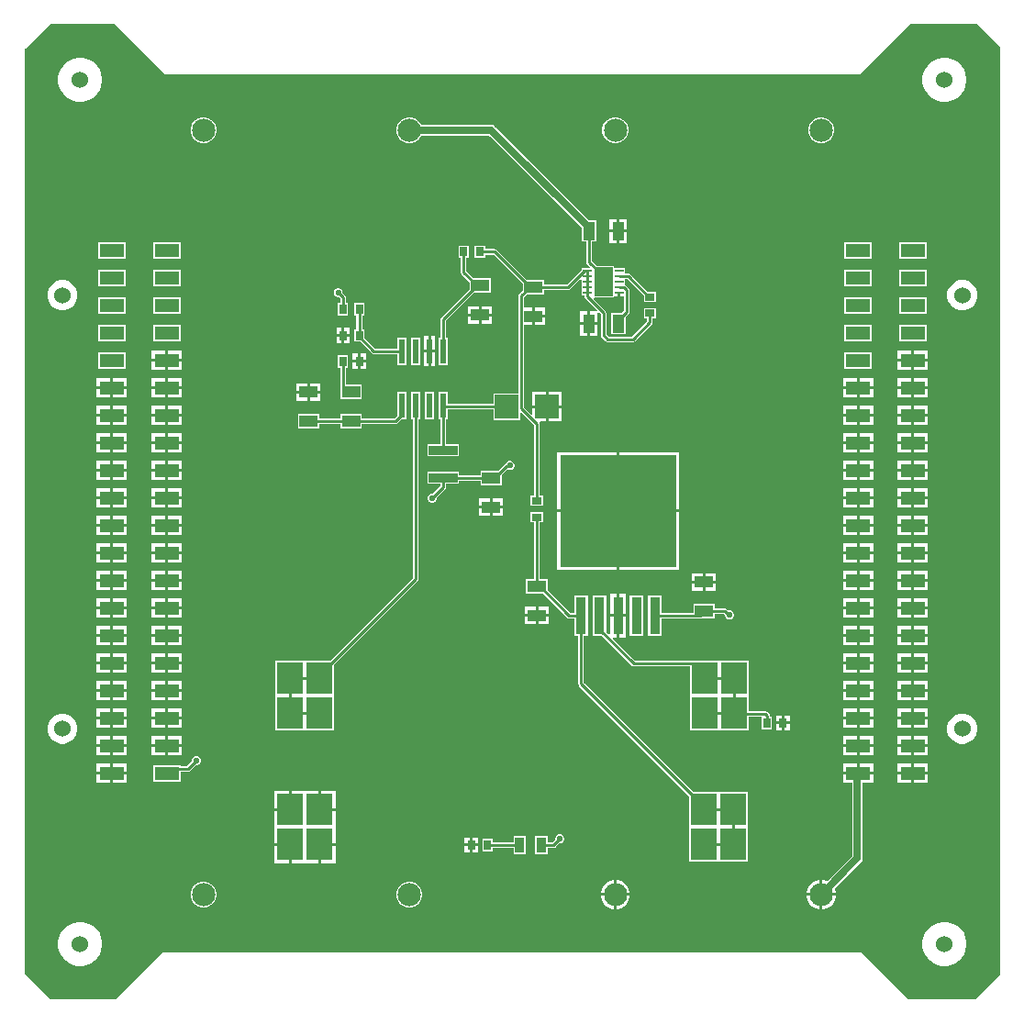
<source format=gbl>
G04*
G04 #@! TF.GenerationSoftware,Altium Limited,Altium Designer,22.9.1 (49)*
G04*
G04 Layer_Physical_Order=2*
G04 Layer_Color=16711680*
%FSLAX25Y25*%
%MOIN*%
G70*
G04*
G04 #@! TF.SameCoordinates,5559CDC9-6134-4E51-B498-14E690802BEE*
G04*
G04*
G04 #@! TF.FilePolarity,Positive*
G04*
G01*
G75*
%ADD12C,0.01000*%
%ADD17C,0.02800*%
%ADD18C,0.08445*%
%ADD19C,0.06000*%
%ADD20C,0.02300*%
%ADD21R,0.03543X0.05512*%
%ADD22R,0.02756X0.03543*%
%ADD23R,0.06693X0.04331*%
%ADD24R,0.09016X0.05000*%
%ADD25R,0.09646X0.11614*%
%ADD26R,0.02100X0.09000*%
%ADD27R,0.03543X0.02756*%
%ADD28R,0.04331X0.06693*%
%ADD29R,0.10600X0.03350*%
%ADD30R,0.08584X0.08701*%
%ADD31R,0.03200X0.01000*%
%ADD32R,0.42200X0.40800*%
%ADD33R,0.03800X0.13800*%
%ADD34R,0.06900X0.10630*%
G36*
X24590Y-8280D02*
Y-345359D01*
X15612Y-354338D01*
X-8601D01*
X-25801Y-337138D01*
X-279401D01*
Y-337138D01*
X-296601Y-354338D01*
X-296601Y-354337D01*
X-320333D01*
X-329853Y-344817D01*
X-329806Y-344770D01*
Y-9030D01*
X-329362D01*
X-320322Y11D01*
X-320311Y-0D01*
X-296938D01*
X-278601Y-18337D01*
X-26520D01*
X-8165Y17D01*
X16292D01*
X24590Y-8280D01*
D02*
G37*
%LPC*%
G36*
X5173Y-12200D02*
X3597D01*
X2051Y-12507D01*
X595Y-13111D01*
X-715Y-13986D01*
X-1829Y-15100D01*
X-2705Y-16411D01*
X-3308Y-17867D01*
X-3615Y-19412D01*
Y-20988D01*
X-3308Y-22534D01*
X-2705Y-23990D01*
X-1829Y-25300D01*
X-715Y-26414D01*
X595Y-27290D01*
X2051Y-27893D01*
X3597Y-28200D01*
X5173D01*
X6718Y-27893D01*
X8174Y-27290D01*
X9485Y-26414D01*
X10599Y-25300D01*
X11474Y-23990D01*
X12077Y-22534D01*
X12385Y-20988D01*
Y-19412D01*
X12077Y-17867D01*
X11474Y-16411D01*
X10599Y-15100D01*
X9485Y-13986D01*
X8174Y-13111D01*
X6718Y-12507D01*
X5173Y-12200D01*
D02*
G37*
G36*
X-308814D02*
X-310390D01*
X-311936Y-12507D01*
X-313392Y-13111D01*
X-314702Y-13986D01*
X-315816Y-15100D01*
X-316692Y-16411D01*
X-317295Y-17867D01*
X-317602Y-19412D01*
Y-20988D01*
X-317295Y-22534D01*
X-316692Y-23990D01*
X-315816Y-25300D01*
X-314702Y-26414D01*
X-313392Y-27290D01*
X-311936Y-27893D01*
X-310390Y-28200D01*
X-308814D01*
X-307269Y-27893D01*
X-305813Y-27290D01*
X-304503Y-26414D01*
X-303388Y-25300D01*
X-302513Y-23990D01*
X-301910Y-22534D01*
X-301602Y-20988D01*
Y-19412D01*
X-301910Y-17867D01*
X-302513Y-16411D01*
X-303388Y-15100D01*
X-304503Y-13986D01*
X-305813Y-13111D01*
X-307269Y-12507D01*
X-308814Y-12200D01*
D02*
G37*
G36*
X-39772Y-33758D02*
X-41016D01*
X-42217Y-34080D01*
X-43293Y-34701D01*
X-44173Y-35581D01*
X-44794Y-36657D01*
X-45116Y-37858D01*
Y-39102D01*
X-44794Y-40303D01*
X-44173Y-41380D01*
X-43293Y-42259D01*
X-42217Y-42881D01*
X-41016Y-43203D01*
X-39772D01*
X-38571Y-42881D01*
X-37494Y-42259D01*
X-36615Y-41380D01*
X-35993Y-40303D01*
X-35671Y-39102D01*
Y-37858D01*
X-35993Y-36657D01*
X-36615Y-35581D01*
X-37494Y-34701D01*
X-38571Y-34080D01*
X-39772Y-33758D01*
D02*
G37*
G36*
X-114575D02*
X-115819D01*
X-117020Y-34080D01*
X-118097Y-34701D01*
X-118976Y-35581D01*
X-119598Y-36657D01*
X-119919Y-37858D01*
Y-39102D01*
X-119598Y-40303D01*
X-118976Y-41380D01*
X-118097Y-42259D01*
X-117020Y-42881D01*
X-115819Y-43203D01*
X-114575D01*
X-113374Y-42881D01*
X-112297Y-42259D01*
X-111418Y-41380D01*
X-110796Y-40303D01*
X-110475Y-39102D01*
Y-37858D01*
X-110796Y-36657D01*
X-111418Y-35581D01*
X-112297Y-34701D01*
X-113374Y-34080D01*
X-114575Y-33758D01*
D02*
G37*
G36*
X-264182D02*
X-265425D01*
X-266626Y-34080D01*
X-267703Y-34701D01*
X-268582Y-35581D01*
X-269204Y-36657D01*
X-269526Y-37858D01*
Y-39102D01*
X-269204Y-40303D01*
X-268582Y-41380D01*
X-267703Y-42259D01*
X-266626Y-42881D01*
X-265425Y-43203D01*
X-264182D01*
X-262981Y-42881D01*
X-261904Y-42259D01*
X-261024Y-41380D01*
X-260403Y-40303D01*
X-260081Y-39102D01*
Y-37858D01*
X-260403Y-36657D01*
X-261024Y-35581D01*
X-261904Y-34701D01*
X-262981Y-34080D01*
X-264182Y-33758D01*
D02*
G37*
G36*
X-111049Y-70732D02*
X-113714D01*
Y-74578D01*
X-111049D01*
Y-70732D01*
D02*
G37*
G36*
X-114714D02*
X-117380D01*
Y-74578D01*
X-114714D01*
Y-70732D01*
D02*
G37*
G36*
X-111049Y-75578D02*
X-113714D01*
Y-79425D01*
X-111049D01*
Y-75578D01*
D02*
G37*
G36*
X-114714D02*
X-117380D01*
Y-79425D01*
X-114714D01*
Y-75578D01*
D02*
G37*
G36*
X-2147Y-79170D02*
X-12163D01*
Y-85170D01*
X-2147D01*
Y-79170D01*
D02*
G37*
G36*
X-22029D02*
X-32045D01*
Y-85170D01*
X-22029D01*
Y-79170D01*
D02*
G37*
G36*
X-273174D02*
X-283189D01*
Y-85170D01*
X-273174D01*
Y-79170D01*
D02*
G37*
G36*
X-293056D02*
X-303071D01*
Y-85170D01*
X-293056D01*
Y-79170D01*
D02*
G37*
G36*
X-189378Y-33758D02*
X-190622D01*
X-191823Y-34080D01*
X-192900Y-34701D01*
X-193779Y-35581D01*
X-194401Y-36657D01*
X-194723Y-37858D01*
Y-39102D01*
X-194401Y-40303D01*
X-193779Y-41380D01*
X-192900Y-42259D01*
X-191823Y-42881D01*
X-190622Y-43203D01*
X-189378D01*
X-188177Y-42881D01*
X-187101Y-42259D01*
X-186221Y-41380D01*
X-185666Y-40417D01*
X-161064D01*
X-127510Y-73971D01*
Y-78925D01*
X-125864D01*
Y-86367D01*
X-125786Y-86757D01*
X-125565Y-87088D01*
X-124506Y-88147D01*
X-124697Y-88609D01*
X-125231D01*
X-125329Y-88589D01*
X-126429D01*
X-126528Y-88609D01*
X-127429D01*
Y-89167D01*
X-132758Y-94496D01*
X-141155D01*
Y-92850D01*
X-147405D01*
X-158277Y-81978D01*
X-158608Y-81757D01*
X-158998Y-81680D01*
X-162470D01*
Y-80428D01*
X-166226D01*
Y-84971D01*
X-162470D01*
Y-83719D01*
X-159420D01*
X-148847Y-94292D01*
Y-96739D01*
X-150068Y-97960D01*
X-150289Y-98291D01*
X-150367Y-98681D01*
Y-134069D01*
X-159385D01*
Y-137900D01*
X-176151D01*
Y-133526D01*
X-179251D01*
Y-143526D01*
X-178720D01*
Y-152612D01*
X-183501D01*
Y-156962D01*
X-171901D01*
Y-152612D01*
X-176681D01*
Y-143526D01*
X-176151D01*
Y-139939D01*
X-159385D01*
Y-143770D01*
X-149801D01*
Y-141240D01*
X-149339Y-141048D01*
X-144720Y-145667D01*
Y-171259D01*
X-145973D01*
Y-175015D01*
X-141429D01*
Y-171259D01*
X-142681D01*
Y-145245D01*
X-142759Y-144854D01*
X-142815Y-144770D01*
X-142548Y-144270D01*
X-140469D01*
Y-139419D01*
X-145262D01*
Y-141589D01*
X-145723Y-141780D01*
X-148281Y-139222D01*
Y-134155D01*
X-148328Y-133921D01*
Y-109311D01*
X-145501D01*
Y-106145D01*
Y-102980D01*
X-148328D01*
Y-99103D01*
X-147405Y-98181D01*
X-141155D01*
Y-96535D01*
X-132336D01*
X-131946Y-96457D01*
X-131615Y-96236D01*
X-127910Y-92532D01*
X-127429Y-92758D01*
Y-94547D01*
Y-98485D01*
X-126349D01*
Y-98967D01*
X-126271Y-99358D01*
X-126050Y-99688D01*
X-121881Y-103858D01*
X-122088Y-104358D01*
X-124344D01*
Y-108204D01*
X-121679D01*
Y-104767D01*
X-121179Y-104560D01*
X-120549Y-105190D01*
Y-112903D01*
X-120471Y-113293D01*
X-120250Y-113624D01*
X-118737Y-115137D01*
X-118406Y-115358D01*
X-118016Y-115436D01*
X-108680D01*
X-108290Y-115358D01*
X-107959Y-115137D01*
X-101880Y-109058D01*
X-101659Y-108728D01*
X-101581Y-108337D01*
Y-106842D01*
X-100329D01*
Y-103086D01*
X-104873D01*
Y-106842D01*
X-103621D01*
Y-107915D01*
X-109102Y-113397D01*
X-117593D01*
X-118510Y-112480D01*
Y-104767D01*
X-118587Y-104377D01*
X-118808Y-104046D01*
X-122993Y-99862D01*
X-122786Y-99362D01*
X-115579D01*
Y-98985D01*
X-114229D01*
Y-97485D01*
X-113229D01*
Y-98985D01*
X-112149D01*
Y-104016D01*
X-112991Y-104858D01*
X-116880D01*
Y-112551D01*
X-111549D01*
Y-106300D01*
X-110408Y-105159D01*
X-110187Y-104828D01*
X-110110Y-104438D01*
Y-96571D01*
X-110187Y-96180D01*
X-110408Y-95850D01*
X-111463Y-94795D01*
X-111629Y-94684D01*
Y-92598D01*
X-110898D01*
X-104873Y-98623D01*
Y-100937D01*
X-100329D01*
Y-97181D01*
X-103431D01*
X-109755Y-90857D01*
X-110085Y-90636D01*
X-110475Y-90558D01*
X-111629D01*
Y-88609D01*
X-115579D01*
Y-87732D01*
X-122037D01*
X-123825Y-85945D01*
Y-78925D01*
X-122179D01*
Y-71232D01*
X-124770D01*
X-158891Y-37110D01*
X-159520Y-36690D01*
X-160261Y-36543D01*
X-185666D01*
X-186221Y-35581D01*
X-187101Y-34701D01*
X-188177Y-34080D01*
X-189378Y-33758D01*
D02*
G37*
G36*
X-2147Y-89170D02*
X-12163D01*
Y-95170D01*
X-2147D01*
Y-89170D01*
D02*
G37*
G36*
X-22029D02*
X-32045D01*
Y-95170D01*
X-22029D01*
Y-89170D01*
D02*
G37*
G36*
X-273174D02*
X-283189D01*
Y-95170D01*
X-273174D01*
Y-89170D01*
D02*
G37*
G36*
X-293056D02*
X-303071D01*
Y-95170D01*
X-293056D01*
Y-89170D01*
D02*
G37*
G36*
X11541Y-92950D02*
X10106D01*
X8720Y-93322D01*
X7477Y-94039D01*
X6462Y-95054D01*
X5745Y-96297D01*
X5373Y-97683D01*
Y-99118D01*
X5745Y-100504D01*
X6462Y-101746D01*
X7477Y-102761D01*
X8720Y-103479D01*
X10106Y-103850D01*
X11541D01*
X12927Y-103479D01*
X14170Y-102761D01*
X15184Y-101746D01*
X15902Y-100504D01*
X16273Y-99118D01*
Y-97683D01*
X15902Y-96297D01*
X15184Y-95054D01*
X14170Y-94039D01*
X12927Y-93322D01*
X11541Y-92950D01*
D02*
G37*
G36*
X-315323D02*
X-316758D01*
X-318144Y-93322D01*
X-319387Y-94039D01*
X-320402Y-95054D01*
X-321119Y-96297D01*
X-321491Y-97683D01*
Y-99118D01*
X-321119Y-100504D01*
X-320402Y-101746D01*
X-319387Y-102761D01*
X-318144Y-103479D01*
X-316758Y-103850D01*
X-315323D01*
X-313937Y-103479D01*
X-312695Y-102761D01*
X-311680Y-101746D01*
X-310962Y-100504D01*
X-310591Y-99118D01*
Y-97683D01*
X-310962Y-96297D01*
X-311680Y-95054D01*
X-312695Y-94039D01*
X-313937Y-93322D01*
X-315323Y-92950D01*
D02*
G37*
G36*
X-160002Y-102389D02*
X-163848D01*
Y-105055D01*
X-160002D01*
Y-102389D01*
D02*
G37*
G36*
X-164848D02*
X-168695D01*
Y-105055D01*
X-164848D01*
Y-102389D01*
D02*
G37*
G36*
X-2147Y-99170D02*
X-12163D01*
Y-105170D01*
X-2147D01*
Y-99170D01*
D02*
G37*
G36*
X-22029D02*
X-32045D01*
Y-105170D01*
X-22029D01*
Y-99170D01*
D02*
G37*
G36*
X-273174D02*
X-283189D01*
Y-105170D01*
X-273174D01*
Y-99170D01*
D02*
G37*
G36*
X-293056D02*
X-303071D01*
Y-105170D01*
X-293056D01*
Y-99170D01*
D02*
G37*
G36*
X-140655Y-102980D02*
X-144501D01*
Y-105645D01*
X-140655D01*
Y-102980D01*
D02*
G37*
G36*
X-215551Y-95835D02*
X-216208D01*
X-216814Y-96086D01*
X-217279Y-96550D01*
X-217530Y-97157D01*
Y-97813D01*
X-217279Y-98420D01*
X-216814Y-98884D01*
X-216208Y-99135D01*
X-215672D01*
X-215128Y-99679D01*
Y-101315D01*
X-215986D01*
Y-105858D01*
X-212230D01*
Y-101315D01*
X-213088D01*
Y-99257D01*
X-213166Y-98866D01*
X-213387Y-98536D01*
X-214230Y-97693D01*
Y-97157D01*
X-214481Y-96550D01*
X-214945Y-96086D01*
X-215551Y-95835D01*
D02*
G37*
G36*
X-125344Y-104358D02*
X-128010D01*
Y-108204D01*
X-125344D01*
Y-104358D01*
D02*
G37*
G36*
X-160002Y-106055D02*
X-163848D01*
Y-108720D01*
X-160002D01*
Y-106055D01*
D02*
G37*
G36*
X-164848D02*
X-168695D01*
Y-108720D01*
X-164848D01*
Y-106055D01*
D02*
G37*
G36*
X-140655Y-106645D02*
X-144501D01*
Y-109311D01*
X-140655D01*
Y-106645D01*
D02*
G37*
G36*
X-211730Y-110267D02*
X-213608D01*
Y-112538D01*
X-211730D01*
Y-110267D01*
D02*
G37*
G36*
X-214608D02*
X-216486D01*
Y-112538D01*
X-214608D01*
Y-110267D01*
D02*
G37*
G36*
X-121679Y-109204D02*
X-124344D01*
Y-113051D01*
X-121679D01*
Y-109204D01*
D02*
G37*
G36*
X-125344D02*
X-128010D01*
Y-113051D01*
X-125344D01*
Y-109204D01*
D02*
G37*
G36*
X-2147Y-109170D02*
X-12163D01*
Y-115170D01*
X-2147D01*
Y-109170D01*
D02*
G37*
G36*
X-22029D02*
X-32045D01*
Y-115170D01*
X-22029D01*
Y-109170D01*
D02*
G37*
G36*
X-273174D02*
X-283189D01*
Y-115170D01*
X-273174D01*
Y-109170D01*
D02*
G37*
G36*
X-293056D02*
X-303071D01*
Y-115170D01*
X-293056D01*
Y-109170D01*
D02*
G37*
G36*
X-211730Y-113538D02*
X-213608D01*
Y-115810D01*
X-211730D01*
Y-113538D01*
D02*
G37*
G36*
X-214608D02*
X-216486D01*
Y-115810D01*
X-214608D01*
Y-113538D01*
D02*
G37*
G36*
X-180651Y-113226D02*
X-182201D01*
Y-118226D01*
X-180651D01*
Y-113226D01*
D02*
G37*
G36*
X-183201D02*
X-184751D01*
Y-118226D01*
X-183201D01*
Y-113226D01*
D02*
G37*
G36*
X-1647Y-118670D02*
X-6655D01*
Y-121670D01*
X-1647D01*
Y-118670D01*
D02*
G37*
G36*
X-7655D02*
X-12663D01*
Y-121670D01*
X-7655D01*
Y-118670D01*
D02*
G37*
G36*
X-272674D02*
X-277681D01*
Y-121670D01*
X-272674D01*
Y-118670D01*
D02*
G37*
G36*
X-278681D02*
X-283689D01*
Y-121670D01*
X-278681D01*
Y-118670D01*
D02*
G37*
G36*
X-205824Y-119666D02*
X-207702D01*
Y-121937D01*
X-205824D01*
Y-119666D01*
D02*
G37*
G36*
X-208702D02*
X-210580D01*
Y-121937D01*
X-208702D01*
Y-119666D01*
D02*
G37*
G36*
X-168376Y-80428D02*
X-172132D01*
Y-84971D01*
X-171273D01*
Y-90200D01*
X-171196Y-90591D01*
X-170975Y-90921D01*
X-168195Y-93701D01*
Y-96148D01*
X-178422Y-106376D01*
X-178643Y-106706D01*
X-178720Y-107097D01*
Y-113726D01*
X-179251D01*
Y-123726D01*
X-176151D01*
Y-113726D01*
X-176681D01*
Y-107519D01*
X-166753Y-97590D01*
X-160502D01*
Y-92260D01*
X-166753D01*
X-169234Y-89778D01*
Y-84971D01*
X-168376D01*
Y-80428D01*
D02*
G37*
G36*
X-186151Y-113726D02*
X-189251D01*
Y-123726D01*
X-186151D01*
Y-113726D01*
D02*
G37*
G36*
X-206325Y-101315D02*
X-210080D01*
Y-105858D01*
X-209222D01*
Y-110767D01*
X-210080D01*
Y-115310D01*
X-207766D01*
X-203630Y-119447D01*
X-203299Y-119667D01*
X-202909Y-119745D01*
X-194251D01*
Y-123726D01*
X-191151D01*
Y-113726D01*
X-194251D01*
Y-117706D01*
X-202487D01*
X-206325Y-113868D01*
Y-110767D01*
X-207183D01*
Y-105858D01*
X-206325D01*
Y-101315D01*
D02*
G37*
G36*
X-180651Y-119226D02*
X-182201D01*
Y-124226D01*
X-180651D01*
Y-119226D01*
D02*
G37*
G36*
X-183201D02*
X-184751D01*
Y-124226D01*
X-183201D01*
Y-119226D01*
D02*
G37*
G36*
X-22029Y-119170D02*
X-32045D01*
Y-125170D01*
X-22029D01*
Y-119170D01*
D02*
G37*
G36*
X-293056D02*
X-303071D01*
Y-125170D01*
X-293056D01*
Y-119170D01*
D02*
G37*
G36*
X-205824Y-122937D02*
X-207702D01*
Y-125209D01*
X-205824D01*
Y-122937D01*
D02*
G37*
G36*
X-208702D02*
X-210580D01*
Y-125209D01*
X-208702D01*
Y-122937D01*
D02*
G37*
G36*
X-1647Y-122670D02*
X-6655D01*
Y-125670D01*
X-1647D01*
Y-122670D01*
D02*
G37*
G36*
X-7655D02*
X-12663D01*
Y-125670D01*
X-7655D01*
Y-122670D01*
D02*
G37*
G36*
X-272674Y-122670D02*
X-277681D01*
Y-125670D01*
X-272674D01*
Y-122670D01*
D02*
G37*
G36*
X-278681D02*
X-283689D01*
Y-125670D01*
X-278681D01*
Y-122670D01*
D02*
G37*
G36*
X-292555Y-128670D02*
X-297563D01*
Y-131670D01*
X-292555D01*
Y-128670D01*
D02*
G37*
G36*
X-298563D02*
X-303571D01*
Y-131670D01*
X-298563D01*
Y-128670D01*
D02*
G37*
G36*
X-1647D02*
X-6655D01*
Y-131670D01*
X-1647D01*
Y-128670D01*
D02*
G37*
G36*
X-7655D02*
X-12663D01*
Y-131670D01*
X-7655D01*
Y-128670D01*
D02*
G37*
G36*
X-272674D02*
X-277681D01*
Y-131670D01*
X-272674D01*
Y-128670D01*
D02*
G37*
G36*
X-278681D02*
X-283689D01*
Y-131670D01*
X-278681D01*
Y-128670D01*
D02*
G37*
G36*
X-21529D02*
X-26537D01*
Y-131670D01*
X-21529D01*
Y-128670D01*
D02*
G37*
G36*
X-27537D02*
X-32545D01*
Y-131670D01*
X-27537D01*
Y-128670D01*
D02*
G37*
G36*
X-222355Y-130439D02*
X-226201D01*
Y-133104D01*
X-222355D01*
Y-130439D01*
D02*
G37*
G36*
X-227201D02*
X-231047D01*
Y-133104D01*
X-227201D01*
Y-130439D01*
D02*
G37*
G36*
X-226701Y-133604D02*
D01*
D01*
D01*
D02*
G37*
G36*
X-1647Y-132670D02*
X-6655D01*
Y-135670D01*
X-1647D01*
Y-132670D01*
D02*
G37*
G36*
X-7655D02*
X-12663D01*
Y-135670D01*
X-7655D01*
Y-132670D01*
D02*
G37*
G36*
X-21529Y-132670D02*
X-26537D01*
Y-135670D01*
X-21529D01*
Y-132670D01*
D02*
G37*
G36*
X-27537D02*
X-32545D01*
Y-135670D01*
X-27537D01*
Y-132670D01*
D02*
G37*
G36*
X-272674Y-132670D02*
X-277681D01*
Y-135670D01*
X-272674D01*
Y-132670D01*
D02*
G37*
G36*
X-278681D02*
X-283689D01*
Y-135670D01*
X-278681D01*
Y-132670D01*
D02*
G37*
G36*
X-292555Y-132670D02*
X-297563D01*
Y-135670D01*
X-292555D01*
Y-132670D01*
D02*
G37*
G36*
X-298563D02*
X-303571D01*
Y-135670D01*
X-298563D01*
Y-132670D01*
D02*
G37*
G36*
X-212230Y-120166D02*
X-215986D01*
Y-124709D01*
X-215128D01*
Y-131833D01*
X-215050Y-132223D01*
X-215002Y-132295D01*
Y-136270D01*
X-207309D01*
Y-130939D01*
X-213088D01*
Y-124709D01*
X-212230D01*
Y-120166D01*
D02*
G37*
G36*
X-222355Y-134104D02*
X-226201D01*
Y-136770D01*
X-222355D01*
Y-134104D01*
D02*
G37*
G36*
X-227201D02*
X-231047D01*
Y-136770D01*
X-227201D01*
Y-134104D01*
D02*
G37*
G36*
X-134677Y-133569D02*
X-139469D01*
Y-138419D01*
X-134677D01*
Y-133569D01*
D02*
G37*
G36*
X-140469D02*
X-145262D01*
Y-138419D01*
X-140469D01*
Y-133569D01*
D02*
G37*
G36*
X-292555Y-138670D02*
X-297563D01*
Y-141670D01*
X-292555D01*
Y-138670D01*
D02*
G37*
G36*
X-298563D02*
X-303571D01*
Y-141670D01*
X-298563D01*
Y-138670D01*
D02*
G37*
G36*
X-1647D02*
X-6655D01*
Y-141670D01*
X-1647D01*
Y-138670D01*
D02*
G37*
G36*
X-7655D02*
X-12663D01*
Y-141670D01*
X-7655D01*
Y-138670D01*
D02*
G37*
G36*
X-272674D02*
X-277681D01*
Y-141670D01*
X-272674D01*
Y-138670D01*
D02*
G37*
G36*
X-278681D02*
X-283689D01*
Y-141670D01*
X-278681D01*
Y-138670D01*
D02*
G37*
G36*
X-21529D02*
X-26537D01*
Y-141670D01*
X-21529D01*
Y-138670D01*
D02*
G37*
G36*
X-27537D02*
X-32545D01*
Y-141670D01*
X-27537D01*
Y-138670D01*
D02*
G37*
G36*
X-191151Y-133526D02*
X-194251D01*
Y-142084D01*
X-195382Y-143215D01*
X-207309D01*
Y-141569D01*
X-215002D01*
Y-143215D01*
X-222854D01*
Y-141569D01*
X-230547D01*
Y-146900D01*
X-222854D01*
Y-145254D01*
X-215002D01*
Y-146900D01*
X-207309D01*
Y-145254D01*
X-194960D01*
X-194569Y-145176D01*
X-194239Y-144955D01*
X-192809Y-143526D01*
X-191151D01*
Y-133526D01*
D02*
G37*
G36*
X-181151D02*
X-184251D01*
Y-143526D01*
X-181151D01*
Y-133526D01*
D02*
G37*
G36*
X-134677Y-139419D02*
X-139469D01*
Y-144270D01*
X-134677D01*
Y-139419D01*
D02*
G37*
G36*
X-1647Y-142670D02*
X-6655D01*
Y-145670D01*
X-1647D01*
Y-142670D01*
D02*
G37*
G36*
X-7655D02*
X-12663D01*
Y-145670D01*
X-7655D01*
Y-142670D01*
D02*
G37*
G36*
X-21529Y-142670D02*
X-26537D01*
Y-145670D01*
X-21529D01*
Y-142670D01*
D02*
G37*
G36*
X-27537D02*
X-32545D01*
Y-145670D01*
X-27537D01*
Y-142670D01*
D02*
G37*
G36*
X-272674Y-142670D02*
X-277681D01*
Y-145670D01*
X-272674D01*
Y-142670D01*
D02*
G37*
G36*
X-278681D02*
X-283689D01*
Y-145670D01*
X-278681D01*
Y-142670D01*
D02*
G37*
G36*
X-292555Y-142670D02*
X-297563D01*
Y-145670D01*
X-292555D01*
Y-142670D01*
D02*
G37*
G36*
X-298563D02*
X-303571D01*
Y-145670D01*
X-298563D01*
Y-142670D01*
D02*
G37*
G36*
X-292555Y-148670D02*
X-297563D01*
Y-151670D01*
X-292555D01*
Y-148670D01*
D02*
G37*
G36*
X-298563D02*
X-303571D01*
Y-151670D01*
X-298563D01*
Y-148670D01*
D02*
G37*
G36*
X-1647D02*
X-6655D01*
Y-151670D01*
X-1647D01*
Y-148670D01*
D02*
G37*
G36*
X-7655D02*
X-12663D01*
Y-151670D01*
X-7655D01*
Y-148670D01*
D02*
G37*
G36*
X-272674D02*
X-277681D01*
Y-151670D01*
X-272674D01*
Y-148670D01*
D02*
G37*
G36*
X-278681D02*
X-283689D01*
Y-151670D01*
X-278681D01*
Y-148670D01*
D02*
G37*
G36*
X-21529D02*
X-26537D01*
Y-151670D01*
X-21529D01*
Y-148670D01*
D02*
G37*
G36*
X-27537D02*
X-32545D01*
Y-151670D01*
X-27537D01*
Y-148670D01*
D02*
G37*
G36*
X-1647Y-152670D02*
X-6655D01*
Y-155670D01*
X-1647D01*
Y-152670D01*
D02*
G37*
G36*
X-7655D02*
X-12663D01*
Y-155670D01*
X-7655D01*
Y-152670D01*
D02*
G37*
G36*
X-21529Y-152670D02*
X-26537D01*
Y-155670D01*
X-21529D01*
Y-152670D01*
D02*
G37*
G36*
X-27537D02*
X-32545D01*
Y-155670D01*
X-27537D01*
Y-152670D01*
D02*
G37*
G36*
X-272674Y-152670D02*
X-277681D01*
Y-155670D01*
X-272674D01*
Y-152670D01*
D02*
G37*
G36*
X-278681D02*
X-283689D01*
Y-155670D01*
X-278681D01*
Y-152670D01*
D02*
G37*
G36*
X-292555Y-152670D02*
X-297563D01*
Y-155670D01*
X-292555D01*
Y-152670D01*
D02*
G37*
G36*
X-298563D02*
X-303571D01*
Y-155670D01*
X-298563D01*
Y-152670D01*
D02*
G37*
G36*
X-292555Y-158670D02*
X-297563D01*
Y-161670D01*
X-292555D01*
Y-158670D01*
D02*
G37*
G36*
X-298563D02*
X-303571D01*
Y-161670D01*
X-298563D01*
Y-158670D01*
D02*
G37*
G36*
X-1647D02*
X-6655D01*
Y-161670D01*
X-1647D01*
Y-158670D01*
D02*
G37*
G36*
X-7655D02*
X-12663D01*
Y-161670D01*
X-7655D01*
Y-158670D01*
D02*
G37*
G36*
X-272674D02*
X-277681D01*
Y-161670D01*
X-272674D01*
Y-158670D01*
D02*
G37*
G36*
X-278681D02*
X-283689D01*
Y-161670D01*
X-278681D01*
Y-158670D01*
D02*
G37*
G36*
X-21529D02*
X-26537D01*
Y-161670D01*
X-21529D01*
Y-158670D01*
D02*
G37*
G36*
X-27537D02*
X-32545D01*
Y-161670D01*
X-27537D01*
Y-158670D01*
D02*
G37*
G36*
X-153173Y-158687D02*
X-153829D01*
X-154436Y-158939D01*
X-154900Y-159403D01*
X-154957Y-159541D01*
X-155186Y-159587D01*
X-155516Y-159808D01*
X-157881Y-162172D01*
X-164132D01*
Y-163818D01*
X-171901D01*
Y-162662D01*
X-183501D01*
Y-167012D01*
X-178720D01*
Y-167648D01*
X-181543Y-170471D01*
X-182079D01*
X-182686Y-170722D01*
X-183150Y-171186D01*
X-183401Y-171793D01*
Y-172449D01*
X-183150Y-173056D01*
X-182686Y-173520D01*
X-182079Y-173771D01*
X-181423D01*
X-180816Y-173520D01*
X-180352Y-173056D01*
X-180101Y-172449D01*
Y-171913D01*
X-176980Y-168792D01*
X-176759Y-168461D01*
X-176681Y-168071D01*
Y-167012D01*
X-171901D01*
Y-165857D01*
X-164132D01*
Y-167503D01*
X-156439D01*
Y-163614D01*
X-154498Y-161673D01*
X-154436Y-161736D01*
X-153829Y-161987D01*
X-153173D01*
X-152566Y-161736D01*
X-152102Y-161272D01*
X-151851Y-160666D01*
Y-160009D01*
X-152102Y-159403D01*
X-152566Y-158939D01*
X-153173Y-158687D01*
D02*
G37*
G36*
X-1647Y-162670D02*
X-6655D01*
Y-165670D01*
X-1647D01*
Y-162670D01*
D02*
G37*
G36*
X-7655D02*
X-12663D01*
Y-165670D01*
X-7655D01*
Y-162670D01*
D02*
G37*
G36*
X-21529Y-162670D02*
X-26537D01*
Y-165670D01*
X-21529D01*
Y-162670D01*
D02*
G37*
G36*
X-27537D02*
X-32545D01*
Y-165670D01*
X-27537D01*
Y-162670D01*
D02*
G37*
G36*
X-272674Y-162670D02*
X-277681D01*
Y-165670D01*
X-272674D01*
Y-162670D01*
D02*
G37*
G36*
X-278681D02*
X-283689D01*
Y-165670D01*
X-278681D01*
Y-162670D01*
D02*
G37*
G36*
X-292555Y-162670D02*
X-297563D01*
Y-165670D01*
X-292555D01*
Y-162670D01*
D02*
G37*
G36*
X-298563D02*
X-303571D01*
Y-165670D01*
X-298563D01*
Y-162670D01*
D02*
G37*
G36*
X-292555Y-168670D02*
X-297563D01*
Y-171670D01*
X-292555D01*
Y-168670D01*
D02*
G37*
G36*
X-298563D02*
X-303571D01*
Y-171670D01*
X-298563D01*
Y-168670D01*
D02*
G37*
G36*
X-1647D02*
X-6655D01*
Y-171670D01*
X-1647D01*
Y-168670D01*
D02*
G37*
G36*
X-7655D02*
X-12663D01*
Y-171670D01*
X-7655D01*
Y-168670D01*
D02*
G37*
G36*
X-272674D02*
X-277681D01*
Y-171670D01*
X-272674D01*
Y-168670D01*
D02*
G37*
G36*
X-278681D02*
X-283689D01*
Y-171670D01*
X-278681D01*
Y-168670D01*
D02*
G37*
G36*
X-21529D02*
X-26537D01*
Y-171670D01*
X-21529D01*
Y-168670D01*
D02*
G37*
G36*
X-27537D02*
X-32545D01*
Y-171670D01*
X-27537D01*
Y-168670D01*
D02*
G37*
G36*
X-155939Y-172302D02*
X-159785D01*
Y-174967D01*
X-155939D01*
Y-172302D01*
D02*
G37*
G36*
X-160785D02*
X-164632D01*
Y-174967D01*
X-160785D01*
Y-172302D01*
D02*
G37*
G36*
X-1647Y-172670D02*
X-6655D01*
Y-175670D01*
X-1647D01*
Y-172670D01*
D02*
G37*
G36*
X-7655D02*
X-12663D01*
Y-175670D01*
X-7655D01*
Y-172670D01*
D02*
G37*
G36*
X-21529Y-172670D02*
X-26537D01*
Y-175670D01*
X-21529D01*
Y-172670D01*
D02*
G37*
G36*
X-27537D02*
X-32545D01*
Y-175670D01*
X-27537D01*
Y-172670D01*
D02*
G37*
G36*
X-272674Y-172670D02*
X-277681D01*
Y-175670D01*
X-272674D01*
Y-172670D01*
D02*
G37*
G36*
X-278681D02*
X-283689D01*
Y-175670D01*
X-278681D01*
Y-172670D01*
D02*
G37*
G36*
X-292555Y-172670D02*
X-297563D01*
Y-175670D01*
X-292555D01*
Y-172670D01*
D02*
G37*
G36*
X-298563D02*
X-303571D01*
Y-175670D01*
X-298563D01*
Y-172670D01*
D02*
G37*
G36*
X-92114Y-155445D02*
X-113714D01*
Y-176345D01*
X-92114D01*
Y-155445D01*
D02*
G37*
G36*
X-114714D02*
X-136314D01*
Y-176345D01*
X-114714D01*
Y-155445D01*
D02*
G37*
G36*
X-155939Y-175967D02*
X-159785D01*
Y-178633D01*
X-155939D01*
Y-175967D01*
D02*
G37*
G36*
X-160785D02*
X-164632D01*
Y-178633D01*
X-160785D01*
Y-175967D01*
D02*
G37*
G36*
X-292555Y-178670D02*
X-297563D01*
Y-181670D01*
X-292555D01*
Y-178670D01*
D02*
G37*
G36*
X-298563D02*
X-303571D01*
Y-181670D01*
X-298563D01*
Y-178670D01*
D02*
G37*
G36*
X-1647D02*
X-6655D01*
Y-181670D01*
X-1647D01*
Y-178670D01*
D02*
G37*
G36*
X-7655D02*
X-12663D01*
Y-181670D01*
X-7655D01*
Y-178670D01*
D02*
G37*
G36*
X-272674D02*
X-277681D01*
Y-181670D01*
X-272674D01*
Y-178670D01*
D02*
G37*
G36*
X-278681D02*
X-283689D01*
Y-181670D01*
X-278681D01*
Y-178670D01*
D02*
G37*
G36*
X-21529D02*
X-26537D01*
Y-181670D01*
X-21529D01*
Y-178670D01*
D02*
G37*
G36*
X-27537D02*
X-32545D01*
Y-181670D01*
X-27537D01*
Y-178670D01*
D02*
G37*
G36*
X-1647Y-182670D02*
X-6655D01*
Y-185670D01*
X-1647D01*
Y-182670D01*
D02*
G37*
G36*
X-7655D02*
X-12663D01*
Y-185670D01*
X-7655D01*
Y-182670D01*
D02*
G37*
G36*
X-21529Y-182670D02*
X-26537D01*
Y-185670D01*
X-21529D01*
Y-182670D01*
D02*
G37*
G36*
X-27537D02*
X-32545D01*
Y-185670D01*
X-27537D01*
Y-182670D01*
D02*
G37*
G36*
X-272674Y-182670D02*
X-277681D01*
Y-185670D01*
X-272674D01*
Y-182670D01*
D02*
G37*
G36*
X-278681D02*
X-283689D01*
Y-185670D01*
X-278681D01*
Y-182670D01*
D02*
G37*
G36*
X-292555Y-182670D02*
X-297563D01*
Y-185670D01*
X-292555D01*
Y-182670D01*
D02*
G37*
G36*
X-298563D02*
X-303571D01*
Y-185670D01*
X-298563D01*
Y-182670D01*
D02*
G37*
G36*
X-292555Y-188670D02*
X-297563D01*
Y-191670D01*
X-292555D01*
Y-188670D01*
D02*
G37*
G36*
X-298563D02*
X-303571D01*
Y-191670D01*
X-298563D01*
Y-188670D01*
D02*
G37*
G36*
X-1647D02*
X-6655D01*
Y-191670D01*
X-1647D01*
Y-188670D01*
D02*
G37*
G36*
X-7655D02*
X-12663D01*
Y-191670D01*
X-7655D01*
Y-188670D01*
D02*
G37*
G36*
X-272674D02*
X-277681D01*
Y-191670D01*
X-272674D01*
Y-188670D01*
D02*
G37*
G36*
X-278681D02*
X-283689D01*
Y-191670D01*
X-278681D01*
Y-188670D01*
D02*
G37*
G36*
X-21529D02*
X-26537D01*
Y-191670D01*
X-21529D01*
Y-188670D01*
D02*
G37*
G36*
X-27537D02*
X-32545D01*
Y-191670D01*
X-27537D01*
Y-188670D01*
D02*
G37*
G36*
X-1647Y-192670D02*
X-6655D01*
Y-195670D01*
X-1647D01*
Y-192670D01*
D02*
G37*
G36*
X-7655D02*
X-12663D01*
Y-195670D01*
X-7655D01*
Y-192670D01*
D02*
G37*
G36*
X-21529Y-192670D02*
X-26537D01*
Y-195670D01*
X-21529D01*
Y-192670D01*
D02*
G37*
G36*
X-27537D02*
X-32545D01*
Y-195670D01*
X-27537D01*
Y-192670D01*
D02*
G37*
G36*
X-272674Y-192670D02*
X-277681D01*
Y-195670D01*
X-272674D01*
Y-192670D01*
D02*
G37*
G36*
X-278681D02*
X-283689D01*
Y-195670D01*
X-278681D01*
Y-192670D01*
D02*
G37*
G36*
X-292555Y-192670D02*
X-297563D01*
Y-195670D01*
X-292555D01*
Y-192670D01*
D02*
G37*
G36*
X-298563D02*
X-303571D01*
Y-195670D01*
X-298563D01*
Y-192670D01*
D02*
G37*
G36*
X-92114Y-177345D02*
X-113714D01*
Y-198245D01*
X-92114D01*
Y-177345D01*
D02*
G37*
G36*
X-114714D02*
X-136314D01*
Y-198245D01*
X-114714D01*
Y-177345D01*
D02*
G37*
G36*
X-292555Y-198670D02*
X-297563D01*
Y-201670D01*
X-292555D01*
Y-198670D01*
D02*
G37*
G36*
X-298563D02*
X-303571D01*
Y-201670D01*
X-298563D01*
Y-198670D01*
D02*
G37*
G36*
X-1647D02*
X-6655D01*
Y-201670D01*
X-1647D01*
Y-198670D01*
D02*
G37*
G36*
X-7655D02*
X-12663D01*
Y-201670D01*
X-7655D01*
Y-198670D01*
D02*
G37*
G36*
X-272674D02*
X-277681D01*
Y-201670D01*
X-272674D01*
Y-198670D01*
D02*
G37*
G36*
X-278681D02*
X-283689D01*
Y-201670D01*
X-278681D01*
Y-198670D01*
D02*
G37*
G36*
X-21529D02*
X-26537D01*
Y-201670D01*
X-21529D01*
Y-198670D01*
D02*
G37*
G36*
X-27537D02*
X-32545D01*
Y-201670D01*
X-27537D01*
Y-198670D01*
D02*
G37*
G36*
X-78569Y-199472D02*
X-82416D01*
Y-202137D01*
X-78569D01*
Y-199472D01*
D02*
G37*
G36*
X-83416D02*
X-87262D01*
Y-202137D01*
X-83416D01*
Y-199472D01*
D02*
G37*
G36*
X-1647Y-202670D02*
X-6655D01*
Y-205670D01*
X-1647D01*
Y-202670D01*
D02*
G37*
G36*
X-7655D02*
X-12663D01*
Y-205670D01*
X-7655D01*
Y-202670D01*
D02*
G37*
G36*
X-21529Y-202670D02*
X-26537D01*
Y-205670D01*
X-21529D01*
Y-202670D01*
D02*
G37*
G36*
X-27537D02*
X-32545D01*
Y-205670D01*
X-27537D01*
Y-202670D01*
D02*
G37*
G36*
X-272674Y-202670D02*
X-277681D01*
Y-205670D01*
X-272674D01*
Y-202670D01*
D02*
G37*
G36*
X-278681D02*
X-283689D01*
Y-205670D01*
X-278681D01*
Y-202670D01*
D02*
G37*
G36*
X-292555Y-202670D02*
X-297563D01*
Y-205670D01*
X-292555D01*
Y-202670D01*
D02*
G37*
G36*
X-298563D02*
X-303571D01*
Y-205670D01*
X-298563D01*
Y-202670D01*
D02*
G37*
G36*
X-78569Y-203137D02*
X-82416D01*
Y-205803D01*
X-78569D01*
Y-203137D01*
D02*
G37*
G36*
X-83416D02*
X-87262D01*
Y-205803D01*
X-83416D01*
Y-203137D01*
D02*
G37*
G36*
X-292555Y-208670D02*
X-297563D01*
Y-211670D01*
X-292555D01*
Y-208670D01*
D02*
G37*
G36*
X-298563D02*
X-303571D01*
Y-211670D01*
X-298563D01*
Y-208670D01*
D02*
G37*
G36*
X-1647D02*
X-6655D01*
Y-211670D01*
X-1647D01*
Y-208670D01*
D02*
G37*
G36*
X-7655D02*
X-12663D01*
Y-211670D01*
X-7655D01*
Y-208670D01*
D02*
G37*
G36*
X-272674D02*
X-277681D01*
Y-211670D01*
X-272674D01*
Y-208670D01*
D02*
G37*
G36*
X-278681D02*
X-283689D01*
Y-211670D01*
X-278681D01*
Y-208670D01*
D02*
G37*
G36*
X-21529D02*
X-26537D01*
Y-211670D01*
X-21529D01*
Y-208670D01*
D02*
G37*
G36*
X-27537D02*
X-32545D01*
Y-211670D01*
X-27537D01*
Y-208670D01*
D02*
G37*
G36*
X-139359Y-211677D02*
X-143206D01*
Y-214342D01*
X-139359D01*
Y-211677D01*
D02*
G37*
G36*
X-144206D02*
X-148052D01*
Y-214342D01*
X-144206D01*
Y-211677D01*
D02*
G37*
G36*
X-111314Y-206945D02*
X-113714D01*
Y-214345D01*
X-111314D01*
Y-206945D01*
D02*
G37*
G36*
X-114714D02*
X-117114D01*
Y-214345D01*
X-114714D01*
Y-206945D01*
D02*
G37*
G36*
X-1647Y-212670D02*
X-6655D01*
Y-215670D01*
X-1647D01*
Y-212670D01*
D02*
G37*
G36*
X-7655D02*
X-12663D01*
Y-215670D01*
X-7655D01*
Y-212670D01*
D02*
G37*
G36*
X-21529Y-212670D02*
X-26537D01*
Y-215670D01*
X-21529D01*
Y-212670D01*
D02*
G37*
G36*
X-27537D02*
X-32545D01*
Y-215670D01*
X-27537D01*
Y-212670D01*
D02*
G37*
G36*
X-272674Y-212670D02*
X-277681D01*
Y-215670D01*
X-272674D01*
Y-212670D01*
D02*
G37*
G36*
X-278681D02*
X-283689D01*
Y-215670D01*
X-278681D01*
Y-212670D01*
D02*
G37*
G36*
X-292555Y-212670D02*
X-297563D01*
Y-215670D01*
X-292555D01*
Y-212670D01*
D02*
G37*
G36*
X-298563D02*
X-303571D01*
Y-215670D01*
X-298563D01*
Y-212670D01*
D02*
G37*
G36*
X-98428Y-207445D02*
X-103228D01*
Y-222245D01*
X-98428D01*
Y-215865D01*
X-86762D01*
Y-215933D01*
X-79069D01*
Y-214287D01*
X-75872D01*
X-75451Y-214708D01*
Y-214973D01*
X-75200Y-215580D01*
X-74736Y-216044D01*
X-74129Y-216295D01*
X-73473D01*
X-72866Y-216044D01*
X-72402Y-215580D01*
X-72151Y-214973D01*
Y-214317D01*
X-72402Y-213711D01*
X-72866Y-213246D01*
X-73473Y-212995D01*
X-74129D01*
X-74235Y-213039D01*
X-74729Y-212546D01*
X-75059Y-212325D01*
X-75450Y-212248D01*
X-79069D01*
Y-210602D01*
X-86762D01*
Y-213826D01*
X-98428D01*
Y-207445D01*
D02*
G37*
G36*
X-139359Y-215342D02*
X-143206D01*
Y-218007D01*
X-139359D01*
Y-215342D01*
D02*
G37*
G36*
X-144206D02*
X-148052D01*
Y-218007D01*
X-144206D01*
Y-215342D01*
D02*
G37*
G36*
X-292555Y-218670D02*
X-297563D01*
Y-221670D01*
X-292555D01*
Y-218670D01*
D02*
G37*
G36*
X-298563D02*
X-303571D01*
Y-221670D01*
X-298563D01*
Y-218670D01*
D02*
G37*
G36*
X-1647D02*
X-6655D01*
Y-221670D01*
X-1647D01*
Y-218670D01*
D02*
G37*
G36*
X-7655D02*
X-12663D01*
Y-221670D01*
X-7655D01*
Y-218670D01*
D02*
G37*
G36*
X-272674D02*
X-277681D01*
Y-221670D01*
X-272674D01*
Y-218670D01*
D02*
G37*
G36*
X-278681D02*
X-283689D01*
Y-221670D01*
X-278681D01*
Y-218670D01*
D02*
G37*
G36*
X-21529D02*
X-26537D01*
Y-221670D01*
X-21529D01*
Y-218670D01*
D02*
G37*
G36*
X-27537D02*
X-32545D01*
Y-221670D01*
X-27537D01*
Y-218670D01*
D02*
G37*
G36*
X-105121Y-207445D02*
X-109921D01*
Y-222245D01*
X-105121D01*
Y-207445D01*
D02*
G37*
G36*
X-111314Y-215345D02*
X-113714D01*
Y-222745D01*
X-111314D01*
Y-215345D01*
D02*
G37*
G36*
X-1647Y-222670D02*
X-6655D01*
Y-225670D01*
X-1647D01*
Y-222670D01*
D02*
G37*
G36*
X-7655D02*
X-12663D01*
Y-225670D01*
X-7655D01*
Y-222670D01*
D02*
G37*
G36*
X-21529Y-222670D02*
X-26537D01*
Y-225670D01*
X-21529D01*
Y-222670D01*
D02*
G37*
G36*
X-27537D02*
X-32545D01*
Y-225670D01*
X-27537D01*
Y-222670D01*
D02*
G37*
G36*
X-272674Y-222670D02*
X-277681D01*
Y-225670D01*
X-272674D01*
Y-222670D01*
D02*
G37*
G36*
X-278681D02*
X-283689D01*
Y-225670D01*
X-278681D01*
Y-222670D01*
D02*
G37*
G36*
X-292555Y-222670D02*
X-297563D01*
Y-225670D01*
X-292555D01*
Y-222670D01*
D02*
G37*
G36*
X-298563D02*
X-303571D01*
Y-225670D01*
X-298563D01*
Y-222670D01*
D02*
G37*
G36*
X-292555Y-228670D02*
X-297563D01*
Y-231670D01*
X-292555D01*
Y-228670D01*
D02*
G37*
G36*
X-298563D02*
X-303571D01*
Y-231670D01*
X-298563D01*
Y-228670D01*
D02*
G37*
G36*
X-1647D02*
X-6655D01*
Y-231670D01*
X-1647D01*
Y-228670D01*
D02*
G37*
G36*
X-7655D02*
X-12663D01*
Y-231670D01*
X-7655D01*
Y-228670D01*
D02*
G37*
G36*
X-272674D02*
X-277681D01*
Y-231670D01*
X-272674D01*
Y-228670D01*
D02*
G37*
G36*
X-278681D02*
X-283689D01*
Y-231670D01*
X-278681D01*
Y-228670D01*
D02*
G37*
G36*
X-21529D02*
X-26537D01*
Y-231670D01*
X-21529D01*
Y-228670D01*
D02*
G37*
G36*
X-27537D02*
X-32545D01*
Y-231670D01*
X-27537D01*
Y-228670D01*
D02*
G37*
G36*
X-1647Y-232670D02*
X-6655D01*
Y-235670D01*
X-1647D01*
Y-232670D01*
D02*
G37*
G36*
X-7655D02*
X-12663D01*
Y-235670D01*
X-7655D01*
Y-232670D01*
D02*
G37*
G36*
X-21529Y-232670D02*
X-26537D01*
Y-235670D01*
X-21529D01*
Y-232670D01*
D02*
G37*
G36*
X-27537D02*
X-32545D01*
Y-235670D01*
X-27537D01*
Y-232670D01*
D02*
G37*
G36*
X-272674Y-232670D02*
X-277681D01*
Y-235670D01*
X-272674D01*
Y-232670D01*
D02*
G37*
G36*
X-278681D02*
X-283689D01*
Y-235670D01*
X-278681D01*
Y-232670D01*
D02*
G37*
G36*
X-292555Y-232670D02*
X-297563D01*
Y-235670D01*
X-292555D01*
Y-232670D01*
D02*
G37*
G36*
X-298563D02*
X-303571D01*
Y-235670D01*
X-298563D01*
Y-232670D01*
D02*
G37*
G36*
X-292555Y-238670D02*
X-297563D01*
Y-241670D01*
X-292555D01*
Y-238670D01*
D02*
G37*
G36*
X-298563D02*
X-303571D01*
Y-241670D01*
X-298563D01*
Y-238670D01*
D02*
G37*
G36*
X-1647D02*
X-6655D01*
Y-241670D01*
X-1647D01*
Y-238670D01*
D02*
G37*
G36*
X-7655D02*
X-12663D01*
Y-241670D01*
X-7655D01*
Y-238670D01*
D02*
G37*
G36*
X-272674D02*
X-277681D01*
Y-241670D01*
X-272674D01*
Y-238670D01*
D02*
G37*
G36*
X-278681D02*
X-283689D01*
Y-241670D01*
X-278681D01*
Y-238670D01*
D02*
G37*
G36*
X-21529D02*
X-26537D01*
Y-241670D01*
X-21529D01*
Y-238670D01*
D02*
G37*
G36*
X-27537D02*
X-32545D01*
Y-241670D01*
X-27537D01*
Y-238670D01*
D02*
G37*
G36*
X-1647Y-242670D02*
X-6655D01*
Y-245670D01*
X-1647D01*
Y-242670D01*
D02*
G37*
G36*
X-7655D02*
X-12663D01*
Y-245670D01*
X-7655D01*
Y-242670D01*
D02*
G37*
G36*
X-21529Y-242670D02*
X-26537D01*
Y-245670D01*
X-21529D01*
Y-242670D01*
D02*
G37*
G36*
X-27537D02*
X-32545D01*
Y-245670D01*
X-27537D01*
Y-242670D01*
D02*
G37*
G36*
X-272674Y-242670D02*
X-277681D01*
Y-245670D01*
X-272674D01*
Y-242670D01*
D02*
G37*
G36*
X-278681D02*
X-283689D01*
Y-245670D01*
X-278681D01*
Y-242670D01*
D02*
G37*
G36*
X-292555Y-242670D02*
X-297563D01*
Y-245670D01*
X-292555D01*
Y-242670D01*
D02*
G37*
G36*
X-298563D02*
X-303571D01*
Y-245670D01*
X-298563D01*
Y-242670D01*
D02*
G37*
G36*
X-292555Y-248670D02*
X-297563D01*
Y-251670D01*
X-292555D01*
Y-248670D01*
D02*
G37*
G36*
X-298563D02*
X-303571D01*
Y-251670D01*
X-298563D01*
Y-248670D01*
D02*
G37*
G36*
X-1647D02*
X-6655D01*
Y-251670D01*
X-1647D01*
Y-248670D01*
D02*
G37*
G36*
X-7655D02*
X-12663D01*
Y-251670D01*
X-7655D01*
Y-248670D01*
D02*
G37*
G36*
X-272674D02*
X-277681D01*
Y-251670D01*
X-272674D01*
Y-248670D01*
D02*
G37*
G36*
X-278681D02*
X-283689D01*
Y-251670D01*
X-278681D01*
Y-248670D01*
D02*
G37*
G36*
X-21529D02*
X-26537D01*
Y-251670D01*
X-21529D01*
Y-248670D01*
D02*
G37*
G36*
X-27537D02*
X-32545D01*
Y-251670D01*
X-27537D01*
Y-248670D01*
D02*
G37*
G36*
X-51869Y-251062D02*
X-53747D01*
Y-253334D01*
X-51869D01*
Y-251062D01*
D02*
G37*
G36*
X-54747D02*
X-56625D01*
Y-253334D01*
X-54747D01*
Y-251062D01*
D02*
G37*
G36*
X-1647Y-252670D02*
X-6655D01*
Y-255670D01*
X-1647D01*
Y-252670D01*
D02*
G37*
G36*
X-7655D02*
X-12663D01*
Y-255670D01*
X-7655D01*
Y-252670D01*
D02*
G37*
G36*
X-21529Y-252670D02*
X-26537D01*
Y-255670D01*
X-21529D01*
Y-252670D01*
D02*
G37*
G36*
X-27537D02*
X-32545D01*
Y-255670D01*
X-27537D01*
Y-252670D01*
D02*
G37*
G36*
X-272674Y-252670D02*
X-277681D01*
Y-255670D01*
X-272674D01*
Y-252670D01*
D02*
G37*
G36*
X-278681D02*
X-283689D01*
Y-255670D01*
X-278681D01*
Y-252670D01*
D02*
G37*
G36*
X-292555Y-252670D02*
X-297563D01*
Y-255670D01*
X-292555D01*
Y-252670D01*
D02*
G37*
G36*
X-298563D02*
X-303571D01*
Y-255670D01*
X-298563D01*
Y-252670D01*
D02*
G37*
G36*
X-118507Y-207445D02*
X-123307D01*
Y-222245D01*
X-119949D01*
X-109242Y-232952D01*
X-108912Y-233173D01*
X-108521Y-233251D01*
X-88079D01*
Y-243845D01*
Y-256444D01*
X-66803D01*
Y-251507D01*
X-62507D01*
X-62030Y-251562D01*
Y-256105D01*
X-58274D01*
Y-251562D01*
X-59132D01*
Y-251073D01*
X-59210Y-250683D01*
X-59431Y-250352D01*
X-60017Y-249766D01*
X-60348Y-249546D01*
X-60738Y-249468D01*
X-66803D01*
Y-243845D01*
Y-231231D01*
X-86980D01*
X-87079Y-231211D01*
X-108099D01*
X-116103Y-223207D01*
X-115912Y-222745D01*
X-114714D01*
Y-215345D01*
X-117114D01*
Y-221543D01*
X-117576Y-221734D01*
X-118507Y-220803D01*
Y-207445D01*
D02*
G37*
G36*
X-186151Y-133526D02*
X-189251D01*
Y-143526D01*
X-188721D01*
Y-201147D01*
X-218805Y-231231D01*
X-238639D01*
Y-243845D01*
Y-256444D01*
X-217363D01*
Y-243845D01*
Y-232673D01*
X-186980Y-202290D01*
X-186759Y-201959D01*
X-186681Y-201569D01*
Y-143526D01*
X-186151D01*
Y-133526D01*
D02*
G37*
G36*
X-51869Y-254334D02*
X-53747D01*
Y-256606D01*
X-51869D01*
Y-254334D01*
D02*
G37*
G36*
X-54747D02*
X-56625D01*
Y-256606D01*
X-54747D01*
Y-254334D01*
D02*
G37*
G36*
X11541Y-250487D02*
X10106D01*
X8720Y-250859D01*
X7477Y-251576D01*
X6462Y-252591D01*
X5745Y-253834D01*
X5373Y-255220D01*
Y-256655D01*
X5745Y-258041D01*
X6462Y-259284D01*
X7477Y-260299D01*
X8720Y-261016D01*
X10106Y-261387D01*
X11541D01*
X12927Y-261016D01*
X14170Y-260299D01*
X15184Y-259284D01*
X15902Y-258041D01*
X16273Y-256655D01*
Y-255220D01*
X15902Y-253834D01*
X15184Y-252591D01*
X14170Y-251576D01*
X12927Y-250859D01*
X11541Y-250487D01*
D02*
G37*
G36*
X-315323D02*
X-316758D01*
X-318144Y-250859D01*
X-319387Y-251576D01*
X-320402Y-252591D01*
X-321119Y-253834D01*
X-321491Y-255220D01*
Y-256655D01*
X-321119Y-258041D01*
X-320402Y-259284D01*
X-319387Y-260299D01*
X-318144Y-261016D01*
X-316758Y-261387D01*
X-315323D01*
X-313937Y-261016D01*
X-312694Y-260299D01*
X-311680Y-259284D01*
X-310962Y-258041D01*
X-310591Y-256655D01*
Y-255220D01*
X-310962Y-253834D01*
X-311680Y-252591D01*
X-312694Y-251576D01*
X-313937Y-250859D01*
X-315323Y-250487D01*
D02*
G37*
G36*
X-292555Y-258670D02*
X-297563D01*
Y-261670D01*
X-292555D01*
Y-258670D01*
D02*
G37*
G36*
X-298563D02*
X-303571D01*
Y-261670D01*
X-298563D01*
Y-258670D01*
D02*
G37*
G36*
X-1647D02*
X-6655D01*
Y-261670D01*
X-1647D01*
Y-258670D01*
D02*
G37*
G36*
X-7655D02*
X-12663D01*
Y-261670D01*
X-7655D01*
Y-258670D01*
D02*
G37*
G36*
X-272674D02*
X-277681D01*
Y-261670D01*
X-272674D01*
Y-258670D01*
D02*
G37*
G36*
X-278681D02*
X-283689D01*
Y-261670D01*
X-278681D01*
Y-258670D01*
D02*
G37*
G36*
X-21529D02*
X-26537D01*
Y-261670D01*
X-21529D01*
Y-258670D01*
D02*
G37*
G36*
X-27537D02*
X-32545D01*
Y-261670D01*
X-27537D01*
Y-258670D01*
D02*
G37*
G36*
X-1647Y-262670D02*
X-6655D01*
Y-265670D01*
X-1647D01*
Y-262670D01*
D02*
G37*
G36*
X-7655D02*
X-12663D01*
Y-265670D01*
X-7655D01*
Y-262670D01*
D02*
G37*
G36*
X-21529Y-262670D02*
X-26537D01*
Y-265670D01*
X-21529D01*
Y-262670D01*
D02*
G37*
G36*
X-27537D02*
X-32545D01*
Y-265670D01*
X-27537D01*
Y-262670D01*
D02*
G37*
G36*
X-272674Y-262670D02*
X-277681D01*
Y-265670D01*
X-272674D01*
Y-262670D01*
D02*
G37*
G36*
X-278681D02*
X-283689D01*
Y-265670D01*
X-278681D01*
Y-262670D01*
D02*
G37*
G36*
X-292555Y-262670D02*
X-297563D01*
Y-265670D01*
X-292555D01*
Y-262670D01*
D02*
G37*
G36*
X-298563D02*
X-303571D01*
Y-265670D01*
X-298563D01*
Y-262670D01*
D02*
G37*
G36*
X-266973Y-265787D02*
X-267629D01*
X-268236Y-266039D01*
X-268700Y-266503D01*
X-268951Y-267109D01*
Y-267645D01*
X-270723Y-269418D01*
X-273174D01*
Y-269170D01*
X-283189D01*
Y-275170D01*
X-273174D01*
Y-271457D01*
X-270301D01*
X-269911Y-271379D01*
X-269580Y-271158D01*
X-267509Y-269087D01*
X-266973D01*
X-266366Y-268836D01*
X-265902Y-268372D01*
X-265651Y-267766D01*
Y-267109D01*
X-265902Y-266503D01*
X-266366Y-266039D01*
X-266973Y-265787D01*
D02*
G37*
G36*
X-292555Y-268670D02*
X-297563D01*
Y-271670D01*
X-292555D01*
Y-268670D01*
D02*
G37*
G36*
X-298563D02*
X-303571D01*
Y-271670D01*
X-298563D01*
Y-268670D01*
D02*
G37*
G36*
X-1647D02*
X-6655D01*
Y-271670D01*
X-1647D01*
Y-268670D01*
D02*
G37*
G36*
X-7655D02*
X-12663D01*
Y-271670D01*
X-7655D01*
Y-268670D01*
D02*
G37*
G36*
X-21529D02*
X-26537D01*
Y-271670D01*
X-21529D01*
Y-268670D01*
D02*
G37*
G36*
X-27537D02*
X-32545D01*
Y-271670D01*
X-27537D01*
Y-268670D01*
D02*
G37*
G36*
X-1647Y-272670D02*
X-6655D01*
Y-275670D01*
X-1647D01*
Y-272670D01*
D02*
G37*
G36*
X-7655D02*
X-12663D01*
Y-275670D01*
X-7655D01*
Y-272670D01*
D02*
G37*
G36*
X-292555Y-272670D02*
X-297563D01*
Y-275670D01*
X-292555D01*
Y-272670D01*
D02*
G37*
G36*
X-298563D02*
X-303571D01*
Y-275670D01*
X-298563D01*
Y-272670D01*
D02*
G37*
G36*
X-216863Y-278531D02*
X-222186D01*
Y-284838D01*
X-216863D01*
Y-278531D01*
D02*
G37*
G36*
X-233816D02*
X-239139D01*
Y-284838D01*
X-233816D01*
Y-278531D01*
D02*
G37*
G36*
X-135057Y-294343D02*
X-135714D01*
X-136320Y-294595D01*
X-136784Y-295059D01*
X-137035Y-295665D01*
Y-296201D01*
X-137973Y-297139D01*
X-139741D01*
Y-294903D01*
X-144284D01*
Y-301414D01*
X-139741D01*
Y-299178D01*
X-137551D01*
X-137161Y-299101D01*
X-136830Y-298880D01*
X-135593Y-297643D01*
X-135057D01*
X-134451Y-297392D01*
X-133987Y-296928D01*
X-133735Y-296322D01*
Y-295665D01*
X-133987Y-295059D01*
X-134451Y-294595D01*
X-135057Y-294343D01*
D02*
G37*
G36*
X-147615Y-294903D02*
X-152158D01*
Y-297139D01*
X-159722D01*
Y-295887D01*
X-163478D01*
Y-300430D01*
X-159722D01*
Y-299178D01*
X-152158D01*
Y-301414D01*
X-147615D01*
Y-294903D01*
D02*
G37*
G36*
X-165128Y-295387D02*
X-167006D01*
Y-297659D01*
X-165128D01*
Y-295387D01*
D02*
G37*
G36*
X-168006D02*
X-169884D01*
Y-297659D01*
X-168006D01*
Y-295387D01*
D02*
G37*
G36*
X-165128Y-298659D02*
X-167006D01*
Y-300930D01*
X-165128D01*
Y-298659D01*
D02*
G37*
G36*
X-168006D02*
X-169884D01*
Y-300930D01*
X-168006D01*
Y-298659D01*
D02*
G37*
G36*
X-141429Y-177165D02*
X-145973D01*
Y-180921D01*
X-144725D01*
Y-201547D01*
X-147552D01*
Y-206877D01*
X-141301D01*
X-132612Y-215566D01*
X-132282Y-215787D01*
X-131892Y-215865D01*
X-130000D01*
Y-222245D01*
X-128620D01*
Y-239670D01*
X-128542Y-240060D01*
X-128321Y-240391D01*
X-88239Y-280473D01*
Y-291645D01*
Y-304244D01*
X-66963D01*
Y-291645D01*
Y-279031D01*
X-86797D01*
X-126581Y-239247D01*
Y-222245D01*
X-125200D01*
Y-207445D01*
X-130000D01*
Y-213826D01*
X-131469D01*
X-139859Y-205436D01*
Y-201547D01*
X-142686D01*
Y-180921D01*
X-141429D01*
Y-177165D01*
D02*
G37*
G36*
X-216863Y-298437D02*
X-222186D01*
Y-304744D01*
X-216863D01*
Y-298437D01*
D02*
G37*
G36*
X-223186Y-278531D02*
X-232816D01*
Y-285338D01*
X-233316D01*
Y-285838D01*
X-239139D01*
Y-292145D01*
Y-297437D01*
X-233316D01*
Y-297937D01*
X-232816D01*
Y-304744D01*
X-223186D01*
Y-297937D01*
X-222686D01*
Y-297437D01*
X-216863D01*
Y-292145D01*
Y-285838D01*
X-222686D01*
Y-285338D01*
X-223186D01*
Y-278531D01*
D02*
G37*
G36*
X-233816Y-298437D02*
X-239139D01*
Y-304744D01*
X-233816D01*
Y-298437D01*
D02*
G37*
G36*
X-21529Y-272670D02*
X-27037D01*
X-32545D01*
Y-275670D01*
X-29160D01*
Y-302222D01*
X-38307Y-311369D01*
X-38377Y-311328D01*
X-39706Y-310972D01*
X-39893D01*
Y-315695D01*
X-35171D01*
Y-315507D01*
X-35527Y-314179D01*
X-35567Y-314108D01*
X-25853Y-304394D01*
X-25433Y-303766D01*
X-25286Y-303024D01*
Y-275670D01*
X-21529D01*
Y-272670D01*
D02*
G37*
G36*
X-40893Y-310972D02*
X-41081D01*
X-42409Y-311328D01*
X-43600Y-312016D01*
X-44572Y-312988D01*
X-45260Y-314179D01*
X-45616Y-315507D01*
Y-315695D01*
X-40893D01*
Y-310972D01*
D02*
G37*
G36*
X-114509D02*
X-114696D01*
Y-315695D01*
X-109974D01*
Y-315507D01*
X-110330Y-314179D01*
X-111017Y-312988D01*
X-111990Y-312016D01*
X-113181Y-311328D01*
X-114509Y-310972D01*
D02*
G37*
G36*
X-115696D02*
X-115884D01*
X-117212Y-311328D01*
X-118403Y-312016D01*
X-119375Y-312988D01*
X-120063Y-314179D01*
X-120419Y-315507D01*
Y-315695D01*
X-115696D01*
Y-310972D01*
D02*
G37*
G36*
X-189378Y-311472D02*
X-190621D01*
X-191822Y-311794D01*
X-192899Y-312416D01*
X-193778Y-313295D01*
X-194400Y-314372D01*
X-194722Y-315573D01*
Y-316816D01*
X-194400Y-318018D01*
X-193778Y-319094D01*
X-192899Y-319973D01*
X-191822Y-320595D01*
X-190621Y-320917D01*
X-189378D01*
X-188177Y-320595D01*
X-187100Y-319973D01*
X-186221Y-319094D01*
X-185599Y-318018D01*
X-185277Y-316816D01*
Y-315573D01*
X-185599Y-314372D01*
X-186221Y-313295D01*
X-187100Y-312416D01*
X-188177Y-311794D01*
X-189378Y-311472D01*
D02*
G37*
G36*
X-264181D02*
X-265424D01*
X-266625Y-311794D01*
X-267702Y-312416D01*
X-268582Y-313295D01*
X-269203Y-314372D01*
X-269525Y-315573D01*
Y-316816D01*
X-269203Y-318018D01*
X-268582Y-319094D01*
X-267702Y-319973D01*
X-266625Y-320595D01*
X-265424Y-320917D01*
X-264181D01*
X-262980Y-320595D01*
X-261903Y-319973D01*
X-261024Y-319094D01*
X-260402Y-318018D01*
X-260080Y-316816D01*
Y-315573D01*
X-260402Y-314372D01*
X-261024Y-313295D01*
X-261903Y-312416D01*
X-262980Y-311794D01*
X-264181Y-311472D01*
D02*
G37*
G36*
X-35171Y-316695D02*
X-39893D01*
Y-321417D01*
X-39706D01*
X-38377Y-321061D01*
X-37187Y-320374D01*
X-36214Y-319401D01*
X-35527Y-318210D01*
X-35171Y-316882D01*
Y-316695D01*
D02*
G37*
G36*
X-40893D02*
X-45616D01*
Y-316882D01*
X-45260Y-318210D01*
X-44572Y-319401D01*
X-43600Y-320374D01*
X-42409Y-321061D01*
X-41081Y-321417D01*
X-40893D01*
Y-316695D01*
D02*
G37*
G36*
X-109974D02*
X-114696D01*
Y-321417D01*
X-114509D01*
X-113181Y-321061D01*
X-111990Y-320374D01*
X-111017Y-319401D01*
X-110330Y-318210D01*
X-109974Y-316882D01*
Y-316695D01*
D02*
G37*
G36*
X-115696D02*
X-120419D01*
Y-316882D01*
X-120063Y-318210D01*
X-119375Y-319401D01*
X-118403Y-320374D01*
X-117212Y-321061D01*
X-115884Y-321417D01*
X-115696D01*
Y-316695D01*
D02*
G37*
G36*
X5173Y-326126D02*
X3597D01*
X2051Y-326434D01*
X595Y-327037D01*
X-715Y-327912D01*
X-1829Y-329027D01*
X-2705Y-330337D01*
X-3308Y-331793D01*
X-3615Y-333338D01*
Y-334914D01*
X-3308Y-336460D01*
X-2705Y-337916D01*
X-1829Y-339226D01*
X-715Y-340340D01*
X595Y-341216D01*
X2051Y-341819D01*
X3597Y-342126D01*
X5173D01*
X6718Y-341819D01*
X8174Y-341216D01*
X9485Y-340340D01*
X10599Y-339226D01*
X11474Y-337916D01*
X12077Y-336460D01*
X12385Y-334914D01*
Y-333338D01*
X12077Y-331793D01*
X11474Y-330337D01*
X10599Y-329027D01*
X9485Y-327912D01*
X8174Y-327037D01*
X6718Y-326434D01*
X5173Y-326126D01*
D02*
G37*
G36*
X-308814D02*
X-310390D01*
X-311936Y-326434D01*
X-313392Y-327037D01*
X-314702Y-327912D01*
X-315816Y-329027D01*
X-316692Y-330337D01*
X-317295Y-331793D01*
X-317602Y-333338D01*
Y-334914D01*
X-317295Y-336460D01*
X-316692Y-337916D01*
X-315816Y-339226D01*
X-314702Y-340340D01*
X-313392Y-341216D01*
X-311936Y-341819D01*
X-310390Y-342126D01*
X-308814D01*
X-307269Y-341819D01*
X-305813Y-341216D01*
X-304503Y-340340D01*
X-303388Y-339226D01*
X-302513Y-337916D01*
X-301910Y-336460D01*
X-301602Y-334914D01*
Y-333338D01*
X-301910Y-331793D01*
X-302513Y-330337D01*
X-303388Y-329027D01*
X-304503Y-327912D01*
X-305813Y-327037D01*
X-307269Y-326434D01*
X-308814Y-326126D01*
D02*
G37*
%LPD*%
D12*
X-137551Y-298159D02*
X-135385Y-295993D01*
X-142013Y-298159D02*
X-137551D01*
X-120907Y-219845D02*
X-108521Y-232231D01*
X-127600Y-239670D02*
X-82916Y-284354D01*
X-87079Y-232231D02*
X-82756Y-236554D01*
X-143701Y-179043D02*
X-143229Y-179515D01*
X-108521Y-232231D02*
X-87079D01*
X-127600Y-239670D02*
Y-214845D01*
X-82916Y-285338D02*
Y-284354D01*
X-161600Y-298159D02*
X-149887D01*
X-71775Y-250487D02*
X-60738D01*
X-60152Y-253834D02*
Y-251073D01*
X-72126Y-250137D02*
X-71775Y-250487D01*
X-60738D02*
X-60152Y-251073D01*
X-143706Y-204212D02*
Y-179048D01*
X-143701Y-179043D01*
X-181751Y-172121D02*
X-177701Y-168071D01*
Y-164837D01*
X-222686Y-236554D02*
X-187701Y-201569D01*
Y-138526D01*
X-159104Y-164837D02*
X-154796Y-160529D01*
X-153692D01*
X-153501Y-160337D01*
X-177701Y-164837D02*
X-160285D01*
X-159104D01*
X-233316Y-250137D02*
X-222686D01*
X-233316D02*
Y-237538D01*
X-222686D01*
Y-236554D01*
X-82756Y-250137D02*
X-72126D01*
Y-237538D01*
X-82756D02*
X-72126D01*
X-82756D02*
Y-236554D01*
X-120907Y-219845D02*
Y-214845D01*
X-82916Y-285338D02*
X-72286D01*
Y-297937D02*
Y-285338D01*
X-82916Y-297937D02*
X-72286D01*
X-149347Y-134108D02*
Y-98681D01*
Y-134108D02*
X-149301Y-134155D01*
Y-139645D02*
Y-134155D01*
Y-139645D02*
X-143701Y-145245D01*
X-146182Y-95515D02*
X-145001D01*
X-143701Y-173137D02*
Y-145245D01*
X-149347Y-98681D02*
X-146182Y-95515D01*
X-131892Y-214845D02*
X-127600D01*
X-143706Y-204212D02*
X-142525D01*
X-131892Y-214845D01*
X-100829D02*
X-84494D01*
X-82916Y-213267D01*
X-74072Y-214645D02*
X-73801D01*
X-82916Y-213267D02*
X-75450D01*
X-74072Y-214645D01*
X-215880Y-97485D02*
X-214108Y-99257D01*
Y-103586D02*
Y-99257D01*
X-177701Y-154787D02*
Y-138526D01*
X-177307Y-138919D01*
X-154593D01*
X-270301Y-270437D02*
X-267301Y-267437D01*
X-277719Y-272437D02*
X-275719Y-270437D01*
X-270301D01*
X-208203Y-113432D02*
X-202909Y-118726D01*
X-208203Y-113432D02*
Y-113038D01*
X-202909Y-118726D02*
X-192701D01*
X-194960Y-144234D02*
X-192701Y-141976D01*
X-211155Y-144234D02*
X-194960D01*
X-192701Y-141976D02*
Y-138526D01*
X-226701Y-144234D02*
X-211155D01*
X-214108Y-131833D02*
Y-122437D01*
Y-131833D02*
X-212336Y-133604D01*
X-211155D01*
X-208203Y-113038D02*
Y-103586D01*
X-177701Y-118726D02*
Y-107097D01*
X-165529Y-94925D01*
X-164348D01*
X-170254Y-90200D02*
X-165529Y-94925D01*
X-170254Y-90200D02*
Y-82699D01*
X-158998D02*
X-146182Y-95515D01*
X-164348Y-82699D02*
X-158998D01*
X-124844Y-86367D02*
Y-75078D01*
Y-86367D02*
X-119529Y-91682D01*
Y-93547D02*
Y-91682D01*
X-132336Y-95515D02*
X-126429Y-89609D01*
X-125329D01*
X-145001Y-95515D02*
X-132336D01*
X-125329Y-91578D02*
Y-89609D01*
Y-93547D02*
Y-91578D01*
Y-95516D02*
Y-93547D01*
Y-97485D02*
Y-95516D01*
X-119529Y-112903D02*
Y-104767D01*
Y-112903D02*
X-118016Y-114416D01*
X-108680D01*
X-102601Y-108337D02*
Y-104964D01*
X-108680Y-114416D02*
X-102601Y-108337D01*
X-125329Y-98967D02*
Y-97485D01*
Y-98967D02*
X-119529Y-104767D01*
X-113729Y-91578D02*
X-110475D01*
X-102995Y-99059D01*
X-102601D01*
X-113729Y-95516D02*
X-112184D01*
X-111129Y-96571D01*
Y-104438D02*
Y-96571D01*
X-114214Y-107523D02*
X-111129Y-104438D01*
X-114214Y-108704D02*
Y-107523D01*
D17*
X-189739Y-38480D02*
X-160261D01*
X-124844Y-73897D01*
X-40393Y-316195D02*
X-27223Y-303024D01*
Y-272814D01*
X-124844Y-75078D02*
Y-73897D01*
D18*
X-264803Y-38480D02*
D03*
X-40393Y-316195D02*
D03*
X-115196D02*
D03*
X-264803D02*
D03*
X-115197Y-38480D02*
D03*
X-40394D02*
D03*
X-189999Y-316195D02*
D03*
X-190000Y-38480D02*
D03*
D19*
X4385Y-334126D02*
D03*
X10823Y-255938D02*
D03*
Y-98400D02*
D03*
X-316041Y-255938D02*
D03*
X-316041Y-98400D02*
D03*
X-309602Y-334126D02*
D03*
X4385Y-20200D02*
D03*
X-309602D02*
D03*
D20*
X-135385Y-295993D02*
D03*
X-181751Y-172121D02*
D03*
X-215880Y-97485D02*
D03*
X-153501Y-160337D02*
D03*
X-73801Y-214645D02*
D03*
X-267301Y-267437D02*
D03*
D21*
X-149887Y-298159D02*
D03*
X-142013D02*
D03*
D22*
X-161600D02*
D03*
X-167506D02*
D03*
X-60152Y-253834D02*
D03*
X-54247D02*
D03*
X-214108Y-122437D02*
D03*
X-208203D02*
D03*
X-214108Y-113038D02*
D03*
X-208203D02*
D03*
Y-103586D02*
D03*
X-170254Y-82699D02*
D03*
X-164348D02*
D03*
X-214108Y-103586D02*
D03*
D23*
X-160285Y-164837D02*
D03*
Y-175467D02*
D03*
X-226701Y-133604D02*
D03*
Y-144234D02*
D03*
X-211155Y-133604D02*
D03*
Y-144234D02*
D03*
X-82916Y-202637D02*
D03*
X-145001Y-106145D02*
D03*
X-164348Y-105555D02*
D03*
X-143706Y-214842D02*
D03*
X-164348Y-94925D02*
D03*
X-145001Y-95515D02*
D03*
X-143706Y-204212D02*
D03*
X-82916Y-213267D02*
D03*
D24*
X-7155Y-162170D02*
D03*
Y-122170D02*
D03*
Y-142170D02*
D03*
Y-152170D02*
D03*
Y-132170D02*
D03*
Y-212170D02*
D03*
Y-172170D02*
D03*
Y-182170D02*
D03*
X-27037D02*
D03*
X-7155Y-202170D02*
D03*
Y-192170D02*
D03*
X-27037Y-142170D02*
D03*
Y-152170D02*
D03*
Y-132170D02*
D03*
Y-162170D02*
D03*
Y-172170D02*
D03*
Y-192170D02*
D03*
Y-202170D02*
D03*
Y-212170D02*
D03*
X-7155Y-242170D02*
D03*
Y-222170D02*
D03*
X-27037Y-232170D02*
D03*
Y-222170D02*
D03*
X-7155Y-232170D02*
D03*
X-27037Y-252170D02*
D03*
Y-242170D02*
D03*
X-7155Y-272170D02*
D03*
Y-252170D02*
D03*
Y-262170D02*
D03*
X-27037D02*
D03*
Y-272170D02*
D03*
Y-122170D02*
D03*
X-7155Y-112170D02*
D03*
X-27037D02*
D03*
X-7155Y-102170D02*
D03*
X-27037D02*
D03*
X-7155Y-92170D02*
D03*
X-27037D02*
D03*
X-7155Y-82170D02*
D03*
X-27037D02*
D03*
X-298063D02*
D03*
X-278181D02*
D03*
X-298063Y-92170D02*
D03*
X-278181D02*
D03*
X-298063Y-102170D02*
D03*
X-278181D02*
D03*
X-298063Y-112170D02*
D03*
X-278181D02*
D03*
X-298063Y-122170D02*
D03*
X-278181Y-272170D02*
D03*
X-298063Y-262170D02*
D03*
Y-272170D02*
D03*
Y-252170D02*
D03*
Y-232170D02*
D03*
Y-242170D02*
D03*
Y-222170D02*
D03*
Y-212170D02*
D03*
X-278181Y-262170D02*
D03*
Y-252170D02*
D03*
Y-242170D02*
D03*
Y-232170D02*
D03*
Y-202170D02*
D03*
Y-222170D02*
D03*
Y-212170D02*
D03*
X-298063Y-192170D02*
D03*
Y-202170D02*
D03*
Y-162170D02*
D03*
Y-182170D02*
D03*
Y-172170D02*
D03*
Y-152170D02*
D03*
Y-142170D02*
D03*
Y-132170D02*
D03*
X-278181Y-182170D02*
D03*
Y-192170D02*
D03*
Y-172170D02*
D03*
Y-162170D02*
D03*
Y-132170D02*
D03*
Y-152170D02*
D03*
Y-142170D02*
D03*
Y-122170D02*
D03*
D25*
X-233316Y-297937D02*
D03*
X-222686D02*
D03*
X-233316Y-285338D02*
D03*
X-222686D02*
D03*
X-233316Y-250137D02*
D03*
X-222686Y-237538D02*
D03*
Y-250137D02*
D03*
X-233316Y-237538D02*
D03*
X-82756Y-250137D02*
D03*
X-72126Y-237538D02*
D03*
Y-250137D02*
D03*
X-82756Y-237538D02*
D03*
X-82916Y-297937D02*
D03*
X-72286Y-285338D02*
D03*
Y-297937D02*
D03*
X-82916Y-285338D02*
D03*
D26*
X-177701Y-138526D02*
D03*
X-182701D02*
D03*
X-187701D02*
D03*
X-192701D02*
D03*
Y-118726D02*
D03*
X-187701D02*
D03*
X-182701D02*
D03*
X-177701D02*
D03*
D27*
X-102601Y-99059D02*
D03*
Y-104964D02*
D03*
X-143701Y-173137D02*
D03*
Y-179043D02*
D03*
D28*
X-114214Y-75078D02*
D03*
X-124844D02*
D03*
Y-108704D02*
D03*
X-114214D02*
D03*
D29*
X-177701Y-154787D02*
D03*
Y-164837D02*
D03*
D30*
X-139970Y-138919D02*
D03*
X-154593D02*
D03*
D31*
X-113729Y-97485D02*
D03*
Y-95516D02*
D03*
Y-93547D02*
D03*
Y-91578D02*
D03*
Y-89609D02*
D03*
X-125329Y-97485D02*
D03*
Y-95516D02*
D03*
Y-93547D02*
D03*
Y-91578D02*
D03*
Y-89609D02*
D03*
D32*
X-114214Y-176845D02*
D03*
D33*
Y-214845D02*
D03*
X-120907D02*
D03*
X-127600D02*
D03*
X-100829D02*
D03*
X-107521D02*
D03*
D34*
X-119529Y-93547D02*
D03*
M02*

</source>
